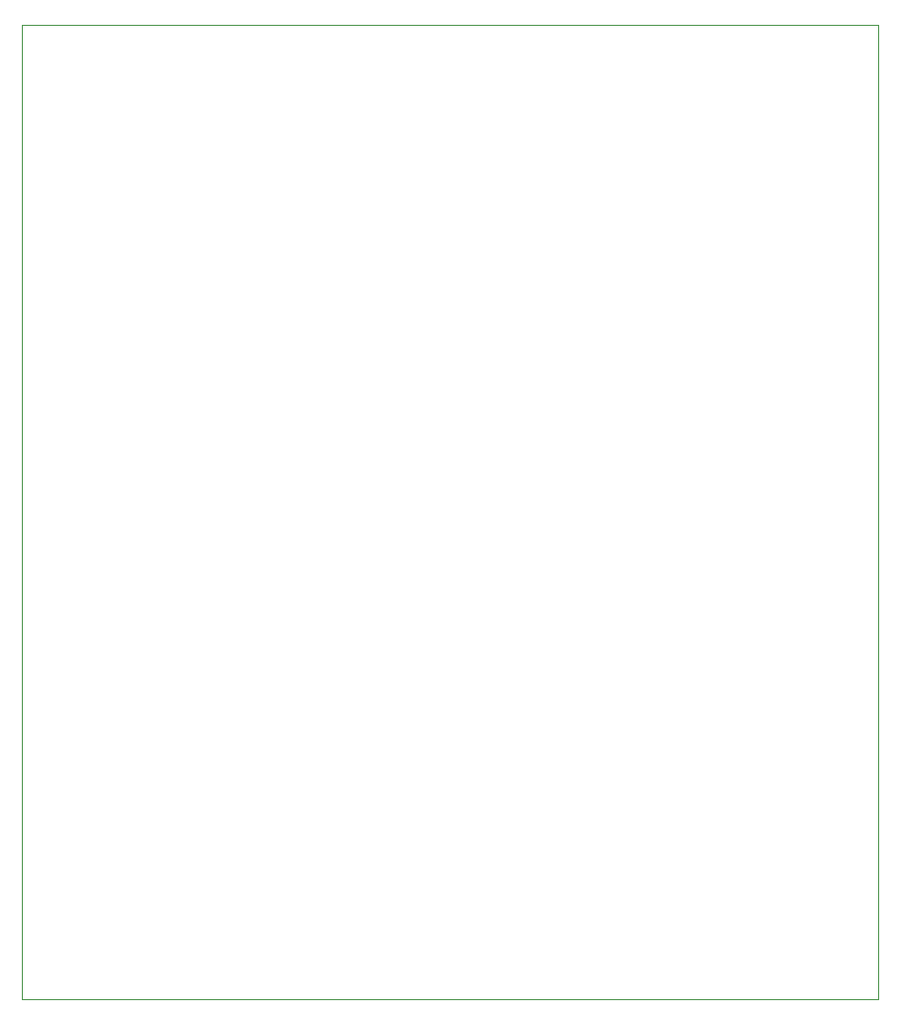
<source format=gbr>
%TF.GenerationSoftware,KiCad,Pcbnew,9.0.0*%
%TF.CreationDate,2025-09-04T18:19:12+01:00*%
%TF.ProjectId,BossCE2,426f7373-4345-4322-9e6b-696361645f70,V1.2*%
%TF.SameCoordinates,Original*%
%TF.FileFunction,Profile,NP*%
%FSLAX46Y46*%
G04 Gerber Fmt 4.6, Leading zero omitted, Abs format (unit mm)*
G04 Created by KiCad (PCBNEW 9.0.0) date 2025-09-04 18:19:12*
%MOMM*%
%LPD*%
G01*
G04 APERTURE LIST*
%TA.AperFunction,Profile*%
%ADD10C,0.050000*%
%TD*%
G04 APERTURE END LIST*
D10*
X50000000Y-50000000D02*
X123000000Y-50000000D01*
X123000000Y-133000000D01*
X50000000Y-133000000D01*
X50000000Y-50000000D01*
M02*

</source>
